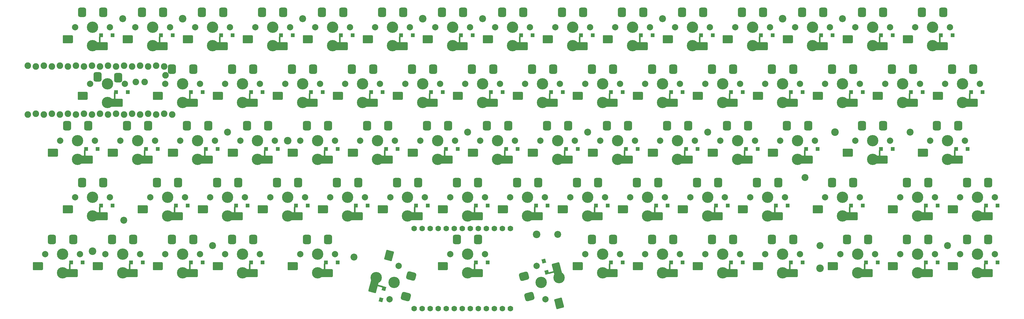
<source format=gbs>
G04 #@! TF.GenerationSoftware,KiCad,Pcbnew,(6.0.2-0)*
G04 #@! TF.CreationDate,2022-07-19T14:21:49+02:00*
G04 #@! TF.ProjectId,choc-keyboard,63686f63-2d6b-4657-9962-6f6172642e6b,rev?*
G04 #@! TF.SameCoordinates,Original*
G04 #@! TF.FileFunction,Soldermask,Bot*
G04 #@! TF.FilePolarity,Negative*
%FSLAX46Y46*%
G04 Gerber Fmt 4.6, Leading zero omitted, Abs format (unit mm)*
G04 Created by KiCad (PCBNEW (6.0.2-0)) date 2022-07-19 14:21:49*
%MOMM*%
%LPD*%
G01*
G04 APERTURE LIST*
G04 Aperture macros list*
%AMRoundRect*
0 Rectangle with rounded corners*
0 $1 Rounding radius*
0 $2 $3 $4 $5 $6 $7 $8 $9 X,Y pos of 4 corners*
0 Add a 4 corners polygon primitive as box body*
4,1,4,$2,$3,$4,$5,$6,$7,$8,$9,$2,$3,0*
0 Add four circle primitives for the rounded corners*
1,1,$1+$1,$2,$3*
1,1,$1+$1,$4,$5*
1,1,$1+$1,$6,$7*
1,1,$1+$1,$8,$9*
0 Add four rect primitives between the rounded corners*
20,1,$1+$1,$2,$3,$4,$5,0*
20,1,$1+$1,$4,$5,$6,$7,0*
20,1,$1+$1,$6,$7,$8,$9,0*
20,1,$1+$1,$8,$9,$2,$3,0*%
%AMRotRect*
0 Rectangle, with rotation*
0 The origin of the aperture is its center*
0 $1 length*
0 $2 width*
0 $3 Rotation angle, in degrees counterclockwise*
0 Add horizontal line*
21,1,$1,$2,0,0,$3*%
G04 Aperture macros list end*
%ADD10C,2.400000*%
%ADD11RoundRect,0.190000X0.760000X1.060000X-0.760000X1.060000X-0.760000X-1.060000X0.760000X-1.060000X0*%
%ADD12RoundRect,0.250000X1.025000X1.000000X-1.025000X1.000000X-1.025000X-1.000000X1.025000X-1.000000X0*%
%ADD13C,2.000000*%
%ADD14C,3.600000*%
%ADD15RoundRect,0.250000X1.675000X1.000000X-1.675000X1.000000X-1.675000X-1.000000X1.675000X-1.000000X0*%
%ADD16R,1.300000X1.200000*%
%ADD17RoundRect,0.050000X0.200000X1.200000X-0.200000X1.200000X-0.200000X-1.200000X0.200000X-1.200000X0*%
%ADD18RoundRect,0.250000X1.250000X1.000000X-1.250000X1.000000X-1.250000X-1.000000X1.250000X-1.000000X0*%
%ADD19RoundRect,0.650000X-0.650000X-0.850000X0.650000X-0.850000X0.650000X0.850000X-0.650000X0.850000X0*%
%ADD20RoundRect,0.250000X0.700636X-1.248893X1.231215X0.731255X-0.700636X1.248893X-1.231215X-0.731255X0*%
%ADD21RoundRect,0.250000X0.532404X-1.876745X1.399448X1.359107X-0.532404X1.876745X-1.399448X-1.359107X0*%
%ADD22RoundRect,0.190000X0.827179X-1.008452X1.220584X0.459755X-0.827179X1.008452X-1.220584X-0.459755X0*%
%ADD23RoundRect,0.050000X1.107347X-0.503768X1.210875X-0.117398X-1.107347X0.503768X-1.210875X0.117398X0*%
%ADD24RotRect,1.300000X1.200000X75.000000*%
%ADD25RoundRect,0.250000X0.642402X-1.466226X1.289450X0.948588X-0.642402X1.466226X-1.289450X-0.948588X0*%
%ADD26RoundRect,0.650000X-0.652805X0.847848X-0.989269X-0.407856X0.652805X-0.847848X0.989269X0.407856X0*%
%ADD27C,2.200000*%
%ADD28C,2.082800*%
%ADD29RotRect,1.300000X1.200000X285.000000*%
%ADD30RoundRect,0.250000X-1.399448X1.359107X-0.532404X-1.876745X1.399448X-1.359107X0.532404X1.876745X0*%
%ADD31RoundRect,0.190000X-1.220584X0.459755X-0.827179X-1.008452X1.220584X-0.459755X0.827179X1.008452X0*%
%ADD32RoundRect,0.050000X-1.210875X-0.117398X-1.107347X-0.503768X1.210875X0.117398X1.107347X0.503768X0*%
%ADD33RoundRect,0.250000X-1.231215X0.731255X-0.700636X-1.248893X1.231215X-0.731255X0.700636X1.248893X0*%
%ADD34RoundRect,0.250000X-1.289450X0.948588X-0.642402X-1.466226X1.289450X-0.948588X0.642402X1.466226X0*%
%ADD35RoundRect,0.650000X0.989269X-0.407856X0.652805X0.847848X-0.989269X0.407856X-0.652805X-0.847848X0*%
%ADD36C,1.778000*%
G04 APERTURE END LIST*
D10*
X61750000Y-54000000D03*
X0Y-89100000D03*
X140600000Y-83700000D03*
X230375000Y-94500000D03*
X235125000Y-51300000D03*
X218500000Y-15299999D03*
X104500000Y-15299999D03*
X28500000Y-15299999D03*
D11*
X86500000Y-21800000D03*
D12*
X98500000Y-24000000D03*
D13*
X89500000Y-18000000D03*
D14*
X95000000Y-23900000D03*
D15*
X97850000Y-24000000D03*
D13*
X100500000Y-18000000D03*
D14*
X95000000Y-18000000D03*
D16*
X97660000Y-20610000D03*
D17*
X97250000Y-22250000D03*
D18*
X87250000Y-21800000D03*
D16*
X101360000Y-20610000D03*
D19*
X98350000Y-13300000D03*
X91640000Y-13300000D03*
D12*
X3500000Y-24000000D03*
D11*
X-8500000Y-21800000D03*
D15*
X2850000Y-24000000D03*
D13*
X-5500000Y-18000000D03*
D16*
X2660000Y-20610000D03*
D14*
X0Y-23900000D03*
D13*
X5500000Y-18000000D03*
D14*
X0Y-18000000D03*
D17*
X2250000Y-22250000D03*
D18*
X-7750000Y-21800000D03*
D16*
X6360000Y-20610000D03*
D19*
X3350000Y-13300000D03*
X-3360000Y-13300000D03*
D17*
X68750000Y-40250000D03*
D14*
X66500000Y-36000000D03*
D11*
X58000000Y-39800000D03*
D15*
X69350000Y-42000000D03*
D16*
X69160000Y-38610000D03*
D12*
X70000000Y-42000000D03*
D13*
X72000000Y-36000000D03*
D14*
X66500000Y-41900000D03*
D13*
X61000000Y-36000000D03*
D18*
X58750000Y-39800000D03*
D16*
X72860000Y-38610000D03*
D19*
X69850000Y-31300000D03*
X63140000Y-31300000D03*
D11*
X72250000Y-75800000D03*
D15*
X83600000Y-78000000D03*
D14*
X80750000Y-72000000D03*
D12*
X84250000Y-78000000D03*
D17*
X83000000Y-76250000D03*
D13*
X75250000Y-72000000D03*
D16*
X83410000Y-74610000D03*
D13*
X86250000Y-72000000D03*
D14*
X80750000Y-77900000D03*
D18*
X73000000Y-75800000D03*
D16*
X87110000Y-74610000D03*
D19*
X84100000Y-67300000D03*
X77390000Y-67300000D03*
D20*
X88798578Y-100827826D03*
D21*
X88966811Y-100199974D03*
D13*
X94076495Y-104312592D03*
D14*
X89801038Y-97472968D03*
X95500000Y-99000000D03*
D22*
X94029444Y-89806118D03*
D23*
X90812472Y-100073352D03*
D24*
X92290475Y-100893845D03*
D13*
X96923505Y-93687408D03*
D25*
X93835329Y-90530562D03*
D24*
X91332844Y-104467771D03*
D26*
X99172808Y-103452301D03*
X100909483Y-96970939D03*
D13*
X124250000Y-90000000D03*
D14*
X118750000Y-90000000D03*
X118750000Y-95900000D03*
D13*
X113250000Y-90000000D03*
D15*
X121600000Y-96000000D03*
D12*
X122250000Y-96000000D03*
D16*
X121410000Y-92610000D03*
D17*
X121000000Y-94250000D03*
D11*
X110250000Y-93800000D03*
D18*
X111000000Y-93800000D03*
D16*
X125110000Y-92610000D03*
D19*
X122100000Y-85300000D03*
X115390000Y-85300000D03*
D11*
X62750000Y-93800000D03*
D14*
X71250000Y-95900000D03*
D15*
X74100000Y-96000000D03*
D16*
X73910000Y-92610000D03*
D14*
X71250000Y-90000000D03*
D12*
X74750000Y-96000000D03*
D17*
X73500000Y-94250000D03*
D13*
X76750000Y-90000000D03*
X65750000Y-90000000D03*
D18*
X63500000Y-93800000D03*
D16*
X77610000Y-92610000D03*
D19*
X74600000Y-85300000D03*
X67890000Y-85300000D03*
D16*
X145160000Y-38610000D03*
D15*
X145350000Y-42000000D03*
D17*
X144750000Y-40250000D03*
D12*
X146000000Y-42000000D03*
D13*
X148000000Y-36000000D03*
D14*
X142500000Y-36000000D03*
D13*
X137000000Y-36000000D03*
D14*
X142500000Y-41900000D03*
D11*
X134000000Y-39800000D03*
D18*
X134750000Y-39800000D03*
D16*
X148860000Y-38610000D03*
D19*
X145850000Y-31300000D03*
X139140000Y-31300000D03*
D13*
X260500000Y-18000000D03*
D14*
X266000000Y-18000000D03*
D17*
X268250000Y-22250000D03*
D12*
X269500000Y-24000000D03*
D16*
X268660000Y-20610000D03*
D13*
X271500000Y-18000000D03*
D11*
X257500000Y-21800000D03*
D15*
X268850000Y-24000000D03*
D14*
X266000000Y-23900000D03*
D18*
X258250000Y-21800000D03*
D16*
X272360000Y-20610000D03*
D19*
X269350000Y-13300000D03*
X262640000Y-13300000D03*
D11*
X110250000Y-75800000D03*
D16*
X121410000Y-74610000D03*
D15*
X121600000Y-78000000D03*
D13*
X124250000Y-72000000D03*
D14*
X118750000Y-72000000D03*
X118750000Y-77900000D03*
D13*
X113250000Y-72000000D03*
D12*
X122250000Y-78000000D03*
D17*
X121000000Y-76250000D03*
D18*
X111000000Y-75800000D03*
D16*
X125110000Y-74610000D03*
D19*
X122100000Y-67300000D03*
X115390000Y-67300000D03*
D27*
X147250000Y-83700000D03*
D13*
X18250000Y-72000000D03*
D16*
X26410000Y-74610000D03*
D15*
X26600000Y-78000000D03*
D14*
X23750000Y-77900000D03*
D17*
X26000000Y-76250000D03*
D13*
X29250000Y-72000000D03*
D11*
X15250000Y-75800000D03*
D12*
X27250000Y-78000000D03*
D14*
X23750000Y-72000000D03*
D18*
X16000000Y-75800000D03*
D16*
X30110000Y-74610000D03*
D19*
X27100000Y-67300000D03*
X20390000Y-67300000D03*
D11*
X219500000Y-21800000D03*
D14*
X228000000Y-23900000D03*
D15*
X230850000Y-24000000D03*
D13*
X222500000Y-18000000D03*
D12*
X231500000Y-24000000D03*
D14*
X228000000Y-18000000D03*
D13*
X233500000Y-18000000D03*
D16*
X230660000Y-20610000D03*
D17*
X230250000Y-22250000D03*
D18*
X220250000Y-21800000D03*
D16*
X234360000Y-20610000D03*
D19*
X231350000Y-13300000D03*
X224640000Y-13300000D03*
D17*
X220750000Y-40250000D03*
D11*
X210000000Y-39800000D03*
D13*
X213000000Y-36000000D03*
D14*
X218500000Y-41900000D03*
X218500000Y-36000000D03*
D12*
X222000000Y-42000000D03*
D13*
X224000000Y-36000000D03*
D15*
X221350000Y-42000000D03*
D16*
X221160000Y-38610000D03*
D18*
X210750000Y-39800000D03*
D16*
X224860000Y-38610000D03*
D19*
X221850000Y-31300000D03*
X215140000Y-31300000D03*
D12*
X184000000Y-42000000D03*
D14*
X180500000Y-41900000D03*
D17*
X182750000Y-40250000D03*
D13*
X186000000Y-36000000D03*
D15*
X183350000Y-42000000D03*
D11*
X172000000Y-39800000D03*
D14*
X180500000Y-36000000D03*
D16*
X183160000Y-38610000D03*
D13*
X175000000Y-36000000D03*
D18*
X172750000Y-39800000D03*
D16*
X186860000Y-38610000D03*
D19*
X183850000Y-31300000D03*
X177140000Y-31300000D03*
D17*
X201750000Y-40250000D03*
D12*
X203000000Y-42000000D03*
D11*
X191000000Y-39800000D03*
D15*
X202350000Y-42000000D03*
D16*
X202160000Y-38610000D03*
D14*
X199500000Y-41900000D03*
X199500000Y-36000000D03*
D13*
X205000000Y-36000000D03*
X194000000Y-36000000D03*
D18*
X191750000Y-39800000D03*
D16*
X205860000Y-38610000D03*
D19*
X202850000Y-31300000D03*
X196140000Y-31300000D03*
D13*
X247750000Y-90000000D03*
D11*
X233750000Y-93800000D03*
D14*
X242250000Y-90000000D03*
D15*
X245100000Y-96000000D03*
D14*
X242250000Y-95900000D03*
D12*
X245750000Y-96000000D03*
D17*
X244500000Y-94250000D03*
D13*
X236750000Y-90000000D03*
D16*
X244910000Y-92610000D03*
D18*
X234500000Y-93800000D03*
D16*
X248610000Y-92610000D03*
D19*
X245600000Y-85300000D03*
X238890000Y-85300000D03*
D14*
X90250000Y-54000000D03*
D17*
X92500000Y-58250000D03*
D11*
X81750000Y-57800000D03*
D13*
X84750000Y-54000000D03*
D12*
X93750000Y-60000000D03*
D14*
X90250000Y-59900000D03*
D16*
X92910000Y-56610000D03*
D15*
X93100000Y-60000000D03*
D13*
X95750000Y-54000000D03*
D18*
X82500000Y-57800000D03*
D16*
X96610000Y-56610000D03*
D19*
X93600000Y-49300000D03*
X86890000Y-49300000D03*
D14*
X0Y-77900000D03*
D11*
X-8500000Y-75800000D03*
D15*
X2850000Y-78000000D03*
D17*
X2250000Y-76250000D03*
D13*
X-5500000Y-72000000D03*
D16*
X2660000Y-74610000D03*
D12*
X3500000Y-78000000D03*
D14*
X0Y-72000000D03*
D13*
X5500000Y-72000000D03*
D18*
X-7750000Y-75800000D03*
D16*
X6360000Y-74610000D03*
D19*
X3350000Y-67300000D03*
X-3360000Y-67300000D03*
D13*
X34000000Y-36000000D03*
D15*
X31350000Y-42000000D03*
D13*
X23000000Y-36000000D03*
D17*
X30750000Y-40250000D03*
D11*
X20000000Y-39800000D03*
D16*
X31160000Y-38610000D03*
D14*
X28500000Y-36000000D03*
X28500000Y-41900000D03*
D12*
X32000000Y-42000000D03*
D18*
X20750000Y-39800000D03*
D16*
X34860000Y-38610000D03*
D19*
X31850000Y-31300000D03*
X25140000Y-31300000D03*
D17*
X11750000Y-94250000D03*
D13*
X15000000Y-90000000D03*
D16*
X12160000Y-92610000D03*
D14*
X9500000Y-95900000D03*
D11*
X1000000Y-93800000D03*
D14*
X9500000Y-90000000D03*
D13*
X4000000Y-90000000D03*
D12*
X13000000Y-96000000D03*
D15*
X12350000Y-96000000D03*
D18*
X1750000Y-93800000D03*
D16*
X15860000Y-92610000D03*
D19*
X12850000Y-85300000D03*
X6140000Y-85300000D03*
D14*
X14250000Y-59900000D03*
D16*
X16910000Y-56610000D03*
D13*
X8750000Y-54000000D03*
D15*
X17100000Y-60000000D03*
D12*
X17750000Y-60000000D03*
D17*
X16500000Y-58250000D03*
D13*
X19750000Y-54000000D03*
D11*
X5750000Y-57800000D03*
D14*
X14250000Y-54000000D03*
D18*
X6500000Y-57800000D03*
D16*
X20610000Y-56610000D03*
D19*
X17600000Y-49300000D03*
X10890000Y-49300000D03*
D17*
X258750000Y-40250000D03*
D12*
X260000000Y-42000000D03*
D14*
X256500000Y-36000000D03*
D13*
X251000000Y-36000000D03*
X262000000Y-36000000D03*
D16*
X259160000Y-38610000D03*
D14*
X256500000Y-41900000D03*
D15*
X259350000Y-42000000D03*
D11*
X248000000Y-39800000D03*
D18*
X248750000Y-39800000D03*
D16*
X262860000Y-38610000D03*
D19*
X259850000Y-31300000D03*
X253140000Y-31300000D03*
D11*
X39000000Y-93800000D03*
D12*
X51000000Y-96000000D03*
D17*
X49750000Y-94250000D03*
D14*
X47500000Y-95900000D03*
X47500000Y-90000000D03*
D13*
X53000000Y-90000000D03*
D16*
X50160000Y-92610000D03*
D13*
X42000000Y-90000000D03*
D15*
X50350000Y-96000000D03*
D18*
X39750000Y-93800000D03*
D16*
X53860000Y-92610000D03*
D19*
X50850000Y-85300000D03*
X44140000Y-85300000D03*
D27*
X225625000Y-65700000D03*
D15*
X55100000Y-60000000D03*
D16*
X54910000Y-56610000D03*
D13*
X57750000Y-54000000D03*
X46750000Y-54000000D03*
D12*
X55750000Y-60000000D03*
D11*
X43750000Y-57800000D03*
D17*
X54500000Y-58250000D03*
D14*
X52250000Y-54000000D03*
X52250000Y-59900000D03*
D18*
X44500000Y-57800000D03*
D16*
X58610000Y-56610000D03*
D19*
X55600000Y-49300000D03*
X48890000Y-49300000D03*
D14*
X47500000Y-36000000D03*
D12*
X51000000Y-42000000D03*
D13*
X53000000Y-36000000D03*
D17*
X49750000Y-40250000D03*
D15*
X50350000Y-42000000D03*
D13*
X42000000Y-36000000D03*
D16*
X50160000Y-38610000D03*
D11*
X39000000Y-39800000D03*
D14*
X47500000Y-41900000D03*
D18*
X39750000Y-39800000D03*
D16*
X53860000Y-38610000D03*
D19*
X50850000Y-31300000D03*
X44140000Y-31300000D03*
D13*
X252500000Y-54000000D03*
D15*
X249850000Y-60000000D03*
D11*
X238500000Y-57800000D03*
D14*
X247000000Y-59900000D03*
D12*
X250500000Y-60000000D03*
D14*
X247000000Y-54000000D03*
D16*
X249660000Y-56610000D03*
D13*
X241500000Y-54000000D03*
D17*
X249250000Y-58250000D03*
D18*
X239250000Y-57800000D03*
D16*
X253360000Y-56610000D03*
D19*
X250350000Y-49300000D03*
X243640000Y-49300000D03*
D13*
X108500000Y-18000000D03*
D15*
X116850000Y-24000000D03*
D13*
X119500000Y-18000000D03*
D14*
X114000000Y-18000000D03*
X114000000Y-23900000D03*
D12*
X117500000Y-24000000D03*
D17*
X116250000Y-22250000D03*
D11*
X105500000Y-21800000D03*
D16*
X116660000Y-20610000D03*
D18*
X106250000Y-21800000D03*
D16*
X120360000Y-20610000D03*
D19*
X117350000Y-13300000D03*
X110640000Y-13300000D03*
D27*
X237500000Y-15299999D03*
D15*
X-1900000Y-60000000D03*
D11*
X-13250000Y-57800000D03*
D12*
X-1250000Y-60000000D03*
D16*
X-2090000Y-56610000D03*
D14*
X-4750000Y-54000000D03*
D13*
X-10250000Y-54000000D03*
X750000Y-54000000D03*
D14*
X-4750000Y-59900000D03*
D17*
X-2500000Y-58250000D03*
D18*
X-12500000Y-57800000D03*
D16*
X1610000Y-56610000D03*
D19*
X-1400000Y-49300000D03*
X-8110000Y-49300000D03*
D27*
X42750000Y-51300000D03*
D14*
X161500000Y-90000000D03*
D13*
X167000000Y-90000000D03*
D12*
X165000000Y-96000000D03*
D11*
X153000000Y-93800000D03*
D17*
X163750000Y-94250000D03*
D15*
X164350000Y-96000000D03*
D14*
X161500000Y-95900000D03*
D13*
X156000000Y-90000000D03*
D16*
X164160000Y-92610000D03*
D18*
X153750000Y-93800000D03*
D16*
X167860000Y-92610000D03*
D19*
X164850000Y-85300000D03*
X158140000Y-85300000D03*
D27*
X82750000Y-90899999D03*
D12*
X217250000Y-78000000D03*
D17*
X216000000Y-76250000D03*
D14*
X213750000Y-72000000D03*
D11*
X205250000Y-75800000D03*
D15*
X216600000Y-78000000D03*
D13*
X208250000Y-72000000D03*
X219250000Y-72000000D03*
D16*
X216410000Y-74610000D03*
D14*
X213750000Y-77900000D03*
D18*
X206000000Y-75800000D03*
D16*
X220110000Y-74610000D03*
D19*
X217100000Y-67300000D03*
X210390000Y-67300000D03*
D11*
X262250000Y-57800000D03*
D13*
X265250000Y-54000000D03*
D16*
X273410000Y-56610000D03*
D14*
X270750000Y-59900000D03*
D15*
X273600000Y-60000000D03*
D17*
X273000000Y-58250000D03*
D12*
X274250000Y-60000000D03*
D13*
X276250000Y-54000000D03*
D14*
X270750000Y-54000000D03*
D18*
X263000000Y-57800000D03*
D16*
X277110000Y-56610000D03*
D19*
X274100000Y-49300000D03*
X267390000Y-49300000D03*
D14*
X194750000Y-77900000D03*
D12*
X198250000Y-78000000D03*
D11*
X186250000Y-75800000D03*
D13*
X200250000Y-72000000D03*
D17*
X197000000Y-76250000D03*
D13*
X189250000Y-72000000D03*
D14*
X194750000Y-72000000D03*
D16*
X197410000Y-74610000D03*
D15*
X197600000Y-78000000D03*
D18*
X187000000Y-75800000D03*
D16*
X201110000Y-74610000D03*
D19*
X198100000Y-67300000D03*
X191390000Y-67300000D03*
D27*
X194750000Y-51300000D03*
D16*
X140410000Y-74610000D03*
D13*
X143250000Y-72000000D03*
D11*
X129250000Y-75800000D03*
D15*
X140600000Y-78000000D03*
D14*
X137750000Y-77900000D03*
D13*
X132250000Y-72000000D03*
D12*
X141250000Y-78000000D03*
D14*
X137750000Y-72000000D03*
D17*
X140000000Y-76250000D03*
D18*
X130000000Y-75800000D03*
D16*
X144110000Y-74610000D03*
D19*
X141100000Y-67300000D03*
X134390000Y-67300000D03*
D27*
X38000000Y-87300000D03*
D28*
X13700000Y-35400000D03*
X-20560000Y-45747000D03*
X-18020000Y-45493000D03*
X-15480000Y-45747000D03*
X-12940000Y-45493000D03*
X-10400000Y-45747000D03*
X-7860000Y-45493000D03*
X-5320000Y-45747000D03*
X-2780000Y-45493000D03*
X-240000Y-45747000D03*
X2300000Y-45493000D03*
X4840000Y-45747000D03*
X7380000Y-45493000D03*
X9920000Y-45747000D03*
X12460000Y-45493000D03*
X15000000Y-45747000D03*
X17540000Y-45493000D03*
X20080000Y-45747000D03*
X22620000Y-45493000D03*
X25160000Y-45747000D03*
X23100000Y-33300000D03*
X22620000Y-30507000D03*
X20080000Y-30253000D03*
X17540000Y-30507000D03*
X15000000Y-30253000D03*
X12460000Y-30507000D03*
X9920000Y-30253000D03*
X7380000Y-30507000D03*
X4840000Y-30253000D03*
X2300000Y-30507000D03*
X-240000Y-30253000D03*
X-2780000Y-30507000D03*
X-5320000Y-30253000D03*
X-7860000Y-30507000D03*
X-10400000Y-30253000D03*
X-12940000Y-30507000D03*
X-15480000Y-30253000D03*
X-18020000Y-30507000D03*
X-20560000Y-30253000D03*
X16500000Y-35400000D03*
D29*
X143832608Y-95755120D03*
D30*
X147057921Y-94694197D03*
D31*
X147870480Y-106226857D03*
D14*
X147698962Y-97472968D03*
D32*
X145522842Y-95726686D03*
D33*
X146889688Y-94066345D03*
D14*
X142000000Y-99000000D03*
D13*
X143423505Y-104312592D03*
X140576495Y-93687408D03*
D34*
X147676366Y-105502413D03*
D29*
X142874977Y-92181194D03*
D35*
X136593105Y-96980598D03*
X138329781Y-103461960D03*
D27*
X230375000Y-87300000D03*
D12*
X264750000Y-78000000D03*
D14*
X261250000Y-77900000D03*
D15*
X264100000Y-78000000D03*
D14*
X261250000Y-72000000D03*
D13*
X266750000Y-72000000D03*
D17*
X263500000Y-76250000D03*
D13*
X255750000Y-72000000D03*
D16*
X263910000Y-74610000D03*
D11*
X252750000Y-75800000D03*
D18*
X253500000Y-75800000D03*
D16*
X267610000Y-74610000D03*
D19*
X264600000Y-67300000D03*
X257890000Y-67300000D03*
D13*
X186000000Y-90000000D03*
X175000000Y-90000000D03*
D15*
X183350000Y-96000000D03*
D14*
X180500000Y-90000000D03*
D16*
X183160000Y-92610000D03*
D14*
X180500000Y-95900000D03*
D12*
X184000000Y-96000000D03*
D17*
X182750000Y-94250000D03*
D11*
X172000000Y-93800000D03*
D18*
X172750000Y-93800000D03*
D16*
X186860000Y-92610000D03*
D19*
X183850000Y-85300000D03*
X177140000Y-85300000D03*
D17*
X206500000Y-58250000D03*
D14*
X204250000Y-59900000D03*
D15*
X207100000Y-60000000D03*
D14*
X204250000Y-54000000D03*
D12*
X207750000Y-60000000D03*
D13*
X198750000Y-54000000D03*
X209750000Y-54000000D03*
D11*
X195750000Y-57800000D03*
D16*
X206910000Y-56610000D03*
D18*
X196500000Y-57800000D03*
D16*
X210610000Y-56610000D03*
D19*
X207600000Y-49300000D03*
X200890000Y-49300000D03*
D14*
X223250000Y-54000000D03*
D15*
X226100000Y-60000000D03*
D13*
X217750000Y-54000000D03*
D12*
X226750000Y-60000000D03*
D11*
X214750000Y-57800000D03*
D16*
X225910000Y-56610000D03*
D13*
X228750000Y-54000000D03*
D14*
X223250000Y-59900000D03*
D17*
X225500000Y-58250000D03*
D18*
X215500000Y-57800000D03*
D16*
X229610000Y-56610000D03*
D19*
X226600000Y-49300000D03*
X219890000Y-49300000D03*
D14*
X57000000Y-23900000D03*
D15*
X59850000Y-24000000D03*
D13*
X62500000Y-18000000D03*
X51500000Y-18000000D03*
D12*
X60500000Y-24000000D03*
D17*
X59250000Y-22250000D03*
D11*
X48500000Y-21800000D03*
D14*
X57000000Y-18000000D03*
D16*
X59660000Y-20610000D03*
D18*
X49250000Y-21800000D03*
D16*
X63360000Y-20610000D03*
D19*
X60350000Y-13300000D03*
X53640000Y-13300000D03*
D13*
X129000000Y-36000000D03*
D17*
X125750000Y-40250000D03*
D12*
X127000000Y-42000000D03*
D11*
X115000000Y-39800000D03*
D13*
X118000000Y-36000000D03*
D15*
X126350000Y-42000000D03*
D16*
X126160000Y-38610000D03*
D14*
X123500000Y-41900000D03*
X123500000Y-36000000D03*
D18*
X115750000Y-39800000D03*
D16*
X129860000Y-38610000D03*
D19*
X126850000Y-31300000D03*
X120140000Y-31300000D03*
D15*
X36100000Y-60000000D03*
D14*
X33250000Y-54000000D03*
D17*
X35500000Y-58250000D03*
D16*
X35910000Y-56610000D03*
D13*
X27750000Y-54000000D03*
D11*
X24750000Y-57800000D03*
D14*
X33250000Y-59900000D03*
D12*
X36750000Y-60000000D03*
D13*
X38750000Y-54000000D03*
D18*
X25500000Y-57800000D03*
D16*
X39610000Y-56610000D03*
D19*
X36600000Y-49300000D03*
X29890000Y-49300000D03*
D11*
X91250000Y-75800000D03*
D12*
X103250000Y-78000000D03*
D16*
X102410000Y-74610000D03*
D14*
X99750000Y-72000000D03*
D15*
X102600000Y-78000000D03*
D13*
X105250000Y-72000000D03*
X94250000Y-72000000D03*
D14*
X99750000Y-77900000D03*
D17*
X102000000Y-76250000D03*
D18*
X92000000Y-75800000D03*
D16*
X106110000Y-74610000D03*
D19*
X103100000Y-67300000D03*
X96390000Y-67300000D03*
D13*
X133750000Y-54000000D03*
D14*
X128250000Y-54000000D03*
D12*
X131750000Y-60000000D03*
D16*
X130910000Y-56610000D03*
D11*
X119750000Y-57800000D03*
D15*
X131100000Y-60000000D03*
D14*
X128250000Y-59900000D03*
D17*
X130500000Y-58250000D03*
D13*
X122750000Y-54000000D03*
D18*
X120500000Y-57800000D03*
D16*
X134610000Y-56610000D03*
D19*
X131600000Y-49300000D03*
X124890000Y-49300000D03*
D27*
X66500000Y-15299999D03*
D14*
X19000000Y-18000000D03*
D13*
X13500000Y-18000000D03*
D15*
X21850000Y-24000000D03*
D13*
X24500000Y-18000000D03*
D16*
X21660000Y-20610000D03*
D11*
X10500000Y-21800000D03*
D12*
X22500000Y-24000000D03*
D17*
X21250000Y-22250000D03*
D14*
X19000000Y-23900000D03*
D18*
X11250000Y-21800000D03*
D16*
X25360000Y-20610000D03*
D19*
X22350000Y-13300000D03*
X15640000Y-13300000D03*
D15*
X169100000Y-60000000D03*
D14*
X166250000Y-59900000D03*
D13*
X171750000Y-54000000D03*
D11*
X157750000Y-57800000D03*
D14*
X166250000Y-54000000D03*
D13*
X160750000Y-54000000D03*
D16*
X168910000Y-56610000D03*
D12*
X169750000Y-60000000D03*
D17*
X168500000Y-58250000D03*
D18*
X158500000Y-57800000D03*
D16*
X172610000Y-56610000D03*
D19*
X169600000Y-49300000D03*
X162890000Y-49300000D03*
D16*
X149910000Y-56610000D03*
D14*
X147250000Y-59900000D03*
D12*
X150750000Y-60000000D03*
D13*
X141750000Y-54000000D03*
D15*
X150100000Y-60000000D03*
D17*
X149500000Y-58250000D03*
D14*
X147250000Y-54000000D03*
D13*
X152750000Y-54000000D03*
D11*
X138750000Y-57800000D03*
D18*
X139500000Y-57800000D03*
D16*
X153610000Y-56610000D03*
D19*
X150600000Y-49300000D03*
X143890000Y-49300000D03*
D16*
X31160000Y-92610000D03*
D14*
X28500000Y-95900000D03*
D11*
X20000000Y-93800000D03*
D12*
X32000000Y-96000000D03*
D14*
X28500000Y-90000000D03*
D17*
X30750000Y-94250000D03*
D13*
X23000000Y-90000000D03*
X34000000Y-90000000D03*
D15*
X31350000Y-96000000D03*
D18*
X20750000Y-93800000D03*
D16*
X34860000Y-92610000D03*
D19*
X31850000Y-85300000D03*
X25140000Y-85300000D03*
D27*
X9500000Y-15299999D03*
D15*
X202350000Y-96000000D03*
D11*
X191000000Y-93800000D03*
D14*
X199500000Y-90000000D03*
D13*
X205000000Y-90000000D03*
D12*
X203000000Y-96000000D03*
D16*
X202160000Y-92610000D03*
D14*
X199500000Y-95900000D03*
D17*
X201750000Y-94250000D03*
D13*
X194000000Y-90000000D03*
D18*
X191750000Y-93800000D03*
D16*
X205860000Y-92610000D03*
D19*
X202850000Y-85300000D03*
X196140000Y-85300000D03*
D11*
X67500000Y-21800000D03*
D14*
X76000000Y-23900000D03*
D12*
X79500000Y-24000000D03*
D13*
X70500000Y-18000000D03*
X81500000Y-18000000D03*
D16*
X78660000Y-20610000D03*
D15*
X78850000Y-24000000D03*
D17*
X78250000Y-22250000D03*
D14*
X76000000Y-18000000D03*
D18*
X68250000Y-21800000D03*
D16*
X82360000Y-20610000D03*
D19*
X79350000Y-13300000D03*
X72640000Y-13300000D03*
D12*
X212500000Y-24000000D03*
D14*
X209000000Y-18000000D03*
D13*
X203500000Y-18000000D03*
D16*
X211660000Y-20610000D03*
D17*
X211250000Y-22250000D03*
D14*
X209000000Y-23900000D03*
D13*
X214500000Y-18000000D03*
D11*
X200500000Y-21800000D03*
D15*
X211850000Y-24000000D03*
D18*
X201250000Y-21800000D03*
D16*
X215360000Y-20610000D03*
D19*
X212350000Y-13300000D03*
X205640000Y-13300000D03*
D27*
X180500000Y-15299999D03*
D15*
X7600000Y-42000000D03*
D17*
X7000000Y-39870000D03*
D14*
X4750000Y-41900000D03*
D13*
X-750000Y-36000000D03*
X10250000Y-36000000D03*
D12*
X8250000Y-42000000D03*
D11*
X-3750000Y-39800000D03*
D16*
X7410000Y-38610000D03*
D14*
X4750000Y-36000000D03*
D18*
X-3100000Y-39800000D03*
D16*
X11110000Y-38610000D03*
D19*
X8060000Y-34010000D03*
X1560000Y-33750000D03*
D12*
X46250000Y-78000000D03*
D16*
X45410000Y-74610000D03*
D14*
X42750000Y-72000000D03*
D13*
X48250000Y-72000000D03*
D15*
X45600000Y-78000000D03*
D17*
X45000000Y-76250000D03*
D11*
X34250000Y-75800000D03*
D14*
X42750000Y-77900000D03*
D13*
X37250000Y-72000000D03*
D18*
X35000000Y-75800000D03*
D16*
X49110000Y-74610000D03*
D19*
X46100000Y-67300000D03*
X39390000Y-67300000D03*
D11*
X77000000Y-39800000D03*
D12*
X89000000Y-42000000D03*
D14*
X85500000Y-36000000D03*
D16*
X88160000Y-38610000D03*
D13*
X80000000Y-36000000D03*
D15*
X88350000Y-42000000D03*
D14*
X85500000Y-41900000D03*
D13*
X91000000Y-36000000D03*
D17*
X87750000Y-40250000D03*
D18*
X77750000Y-39800000D03*
D16*
X91860000Y-38610000D03*
D19*
X88850000Y-31300000D03*
X82140000Y-31300000D03*
D27*
X258875000Y-51300000D03*
D12*
X155500000Y-24000000D03*
D16*
X154660000Y-20610000D03*
D13*
X157500000Y-18000000D03*
D17*
X154250000Y-22250000D03*
D14*
X152000000Y-18000000D03*
X152000000Y-23900000D03*
D13*
X146500000Y-18000000D03*
D11*
X143500000Y-21800000D03*
D15*
X154850000Y-24000000D03*
D18*
X144250000Y-21800000D03*
D16*
X158360000Y-20610000D03*
D19*
X155350000Y-13300000D03*
X148640000Y-13300000D03*
D13*
X184500000Y-18000000D03*
D14*
X190000000Y-18000000D03*
D16*
X192660000Y-20610000D03*
D14*
X190000000Y-23900000D03*
D15*
X192850000Y-24000000D03*
D12*
X193500000Y-24000000D03*
D11*
X181500000Y-21800000D03*
D13*
X195500000Y-18000000D03*
D17*
X192250000Y-22250000D03*
D18*
X182250000Y-21800000D03*
D16*
X196360000Y-20610000D03*
D19*
X193350000Y-13300000D03*
X186640000Y-13300000D03*
D27*
X123500000Y-15299999D03*
X118750000Y-51300000D03*
D13*
X167000000Y-36000000D03*
D14*
X161500000Y-36000000D03*
D15*
X164350000Y-42000000D03*
D17*
X163750000Y-40250000D03*
D11*
X153000000Y-39800000D03*
D16*
X164160000Y-38610000D03*
D14*
X161500000Y-41900000D03*
D13*
X156000000Y-36000000D03*
D12*
X165000000Y-42000000D03*
D18*
X153750000Y-39800000D03*
D16*
X167860000Y-38610000D03*
D19*
X164850000Y-31300000D03*
X158140000Y-31300000D03*
D27*
X9875000Y-79200000D03*
D12*
X188750000Y-60000000D03*
D14*
X185250000Y-54000000D03*
D11*
X176750000Y-57800000D03*
D17*
X187500000Y-58250000D03*
D13*
X190750000Y-54000000D03*
X179750000Y-54000000D03*
D15*
X188100000Y-60000000D03*
D14*
X185250000Y-59900000D03*
D16*
X187910000Y-56610000D03*
D18*
X177500000Y-57800000D03*
D16*
X191610000Y-56610000D03*
D19*
X188600000Y-49300000D03*
X181890000Y-49300000D03*
D12*
X250500000Y-24000000D03*
D15*
X249850000Y-24000000D03*
D13*
X252500000Y-18000000D03*
D16*
X249660000Y-20610000D03*
D11*
X238500000Y-21800000D03*
D13*
X241500000Y-18000000D03*
D17*
X249250000Y-22250000D03*
D14*
X247000000Y-23900000D03*
X247000000Y-18000000D03*
D18*
X239250000Y-21800000D03*
D16*
X253360000Y-20610000D03*
D19*
X250350000Y-13300000D03*
X243640000Y-13300000D03*
D11*
X271750000Y-75800000D03*
D17*
X282500000Y-76250000D03*
D13*
X274750000Y-72000000D03*
D15*
X283100000Y-78000000D03*
D14*
X280250000Y-77900000D03*
D13*
X285750000Y-72000000D03*
D14*
X280250000Y-72000000D03*
D12*
X283750000Y-78000000D03*
D16*
X282910000Y-74610000D03*
D18*
X272500000Y-75800000D03*
D16*
X286610000Y-74610000D03*
D19*
X283600000Y-67300000D03*
X276890000Y-67300000D03*
D13*
X213000000Y-90000000D03*
D11*
X210000000Y-93800000D03*
D13*
X224000000Y-90000000D03*
D15*
X221350000Y-96000000D03*
D16*
X221160000Y-92610000D03*
D17*
X220750000Y-94250000D03*
D12*
X222000000Y-96000000D03*
D14*
X218500000Y-90000000D03*
X218500000Y-95900000D03*
D18*
X210750000Y-93800000D03*
D16*
X224860000Y-92610000D03*
D19*
X221850000Y-85300000D03*
X215140000Y-85300000D03*
D17*
X239750000Y-76250000D03*
D14*
X237500000Y-77900000D03*
D16*
X240160000Y-74610000D03*
D12*
X241000000Y-78000000D03*
D14*
X237500000Y-72000000D03*
D13*
X243000000Y-72000000D03*
X232000000Y-72000000D03*
D15*
X240350000Y-78000000D03*
D11*
X229000000Y-75800000D03*
D18*
X229750000Y-75800000D03*
D16*
X243860000Y-74610000D03*
D19*
X240850000Y-67300000D03*
X234140000Y-67300000D03*
D14*
X-9500000Y-90000000D03*
D17*
X-7250000Y-94250000D03*
D16*
X-6840000Y-92610000D03*
D11*
X-18000000Y-93800000D03*
D13*
X-4000000Y-90000000D03*
D15*
X-6650000Y-96000000D03*
D12*
X-6000000Y-96000000D03*
D13*
X-15000000Y-90000000D03*
D14*
X-9500000Y-95900000D03*
D18*
X-17250000Y-93800000D03*
D16*
X-3140000Y-92610000D03*
D19*
X-6150000Y-85300000D03*
X-12860000Y-85300000D03*
D16*
X282910000Y-92610000D03*
D17*
X282500000Y-94250000D03*
D12*
X283750000Y-96000000D03*
D13*
X274750000Y-90000000D03*
D14*
X280250000Y-90000000D03*
X280250000Y-95900000D03*
D15*
X283100000Y-96000000D03*
D11*
X271750000Y-93800000D03*
D13*
X285750000Y-90000000D03*
D18*
X272500000Y-93800000D03*
D16*
X286610000Y-92610000D03*
D19*
X283600000Y-85300000D03*
X276890000Y-85300000D03*
D14*
X71250000Y-54000000D03*
X71250000Y-59900000D03*
D15*
X74100000Y-60000000D03*
D12*
X74750000Y-60000000D03*
D13*
X76750000Y-54000000D03*
D11*
X62750000Y-57800000D03*
D16*
X73910000Y-56610000D03*
D17*
X73500000Y-58250000D03*
D13*
X65750000Y-54000000D03*
D18*
X63500000Y-57800000D03*
D16*
X77610000Y-56610000D03*
D19*
X74600000Y-49300000D03*
X67890000Y-49300000D03*
D14*
X171000000Y-18000000D03*
X171000000Y-23900000D03*
D15*
X173850000Y-24000000D03*
D13*
X165500000Y-18000000D03*
D17*
X173250000Y-22250000D03*
D11*
X162500000Y-21800000D03*
D12*
X174500000Y-24000000D03*
D13*
X176500000Y-18000000D03*
D16*
X173660000Y-20610000D03*
D18*
X163250000Y-21800000D03*
D16*
X177360000Y-20610000D03*
D19*
X174350000Y-13300000D03*
X167640000Y-13300000D03*
D15*
X107350000Y-42000000D03*
D14*
X104500000Y-41900000D03*
D13*
X99000000Y-36000000D03*
D12*
X108000000Y-42000000D03*
D17*
X106750000Y-40250000D03*
D16*
X107160000Y-38610000D03*
D13*
X110000000Y-36000000D03*
D11*
X96000000Y-39800000D03*
D14*
X104500000Y-36000000D03*
D18*
X96750000Y-39800000D03*
D16*
X110860000Y-38610000D03*
D19*
X107850000Y-31300000D03*
X101140000Y-31300000D03*
D16*
X240160000Y-38610000D03*
D14*
X237500000Y-41900000D03*
D12*
X241000000Y-42000000D03*
D14*
X237500000Y-36000000D03*
D17*
X239750000Y-40250000D03*
D11*
X229000000Y-39800000D03*
D13*
X232000000Y-36000000D03*
D15*
X240350000Y-42000000D03*
D13*
X243000000Y-36000000D03*
D18*
X229750000Y-39800000D03*
D16*
X243860000Y-38610000D03*
D19*
X240850000Y-31300000D03*
X234140000Y-31300000D03*
D16*
X135660000Y-20610000D03*
D13*
X138500000Y-18000000D03*
X127500000Y-18000000D03*
D12*
X136500000Y-24000000D03*
D14*
X133000000Y-18000000D03*
D17*
X135250000Y-22250000D03*
D11*
X124500000Y-21800000D03*
D14*
X133000000Y-23900000D03*
D15*
X135850000Y-24000000D03*
D18*
X125250000Y-21800000D03*
D16*
X139360000Y-20610000D03*
D19*
X136350000Y-13300000D03*
X129640000Y-13300000D03*
D17*
X64000000Y-76250000D03*
D13*
X67250000Y-72000000D03*
D14*
X61750000Y-77900000D03*
D11*
X53250000Y-75800000D03*
D12*
X65250000Y-78000000D03*
D15*
X64600000Y-78000000D03*
D13*
X56250000Y-72000000D03*
D16*
X64410000Y-74610000D03*
D14*
X61750000Y-72000000D03*
D18*
X54000000Y-75800000D03*
D16*
X68110000Y-74610000D03*
D19*
X65100000Y-67300000D03*
X58390000Y-67300000D03*
D13*
X170250000Y-72000000D03*
X181250000Y-72000000D03*
D15*
X178600000Y-78000000D03*
D16*
X178410000Y-74610000D03*
D11*
X167250000Y-75800000D03*
D14*
X175750000Y-77900000D03*
D12*
X179250000Y-78000000D03*
D17*
X178000000Y-76250000D03*
D14*
X175750000Y-72000000D03*
D18*
X168000000Y-75800000D03*
D16*
X182110000Y-74610000D03*
D19*
X179100000Y-67300000D03*
X172390000Y-67300000D03*
D27*
X270750000Y-87300000D03*
X156750000Y-51300000D03*
D17*
X277750000Y-40250000D03*
D15*
X278350000Y-42000000D03*
D12*
X279000000Y-42000000D03*
D11*
X267000000Y-39800000D03*
D16*
X278160000Y-38610000D03*
D13*
X281000000Y-36000000D03*
D14*
X275500000Y-41900000D03*
X275500000Y-36000000D03*
D13*
X270000000Y-36000000D03*
D18*
X267750000Y-39800000D03*
D16*
X281860000Y-38610000D03*
D19*
X278850000Y-31300000D03*
X272140000Y-31300000D03*
D16*
X111910000Y-56610000D03*
D14*
X109250000Y-54000000D03*
D13*
X103750000Y-54000000D03*
X114750000Y-54000000D03*
D12*
X112750000Y-60000000D03*
D14*
X109250000Y-59900000D03*
D15*
X112100000Y-60000000D03*
D17*
X111500000Y-58250000D03*
D11*
X100750000Y-57800000D03*
D18*
X101500000Y-57800000D03*
D16*
X115610000Y-56610000D03*
D19*
X112600000Y-49300000D03*
X105890000Y-49300000D03*
D17*
X263500000Y-94250000D03*
D14*
X261250000Y-95900000D03*
D11*
X252750000Y-93800000D03*
D13*
X255750000Y-90000000D03*
D14*
X261250000Y-90000000D03*
D15*
X264100000Y-96000000D03*
D13*
X266750000Y-90000000D03*
D16*
X263910000Y-92610000D03*
D12*
X264750000Y-96000000D03*
D18*
X253500000Y-93800000D03*
D16*
X267610000Y-92610000D03*
D19*
X264600000Y-85300000D03*
X257890000Y-85300000D03*
D14*
X156750000Y-77900000D03*
D17*
X159000000Y-76250000D03*
D15*
X159600000Y-78000000D03*
D16*
X159410000Y-74610000D03*
D13*
X151250000Y-72000000D03*
X162250000Y-72000000D03*
D12*
X160250000Y-78000000D03*
D14*
X156750000Y-72000000D03*
D11*
X148250000Y-75800000D03*
D18*
X149000000Y-75800000D03*
D16*
X163110000Y-74610000D03*
D19*
X160100000Y-67300000D03*
X153390000Y-67300000D03*
D36*
X101810000Y-107270000D03*
X104350000Y-107270000D03*
X106890000Y-107270000D03*
X109430000Y-107270000D03*
X111970000Y-107270000D03*
X114510000Y-107270000D03*
X117050000Y-107270000D03*
X119590000Y-107270000D03*
X122130000Y-107270000D03*
X124670000Y-107270000D03*
X127210000Y-107270000D03*
X129750000Y-107270000D03*
X132290000Y-107270000D03*
X101810000Y-81870000D03*
X104350000Y-81870000D03*
X106890000Y-81870000D03*
X109430000Y-81870000D03*
X111970000Y-81870000D03*
X114510000Y-81870000D03*
X117050000Y-81870000D03*
X119590000Y-81870000D03*
X122130000Y-81870000D03*
X124670000Y-81870000D03*
X127210000Y-81870000D03*
X129750000Y-81870000D03*
X132290000Y-81870000D03*
D14*
X38000000Y-18000000D03*
X38000000Y-23900000D03*
D13*
X43500000Y-18000000D03*
D11*
X29500000Y-21800000D03*
D12*
X41500000Y-24000000D03*
D16*
X40660000Y-20610000D03*
D15*
X40850000Y-24000000D03*
D13*
X32500000Y-18000000D03*
D17*
X40250000Y-22250000D03*
D18*
X30250000Y-21800000D03*
D16*
X44360000Y-20610000D03*
D19*
X41350000Y-13300000D03*
X34640000Y-13300000D03*
M02*

</source>
